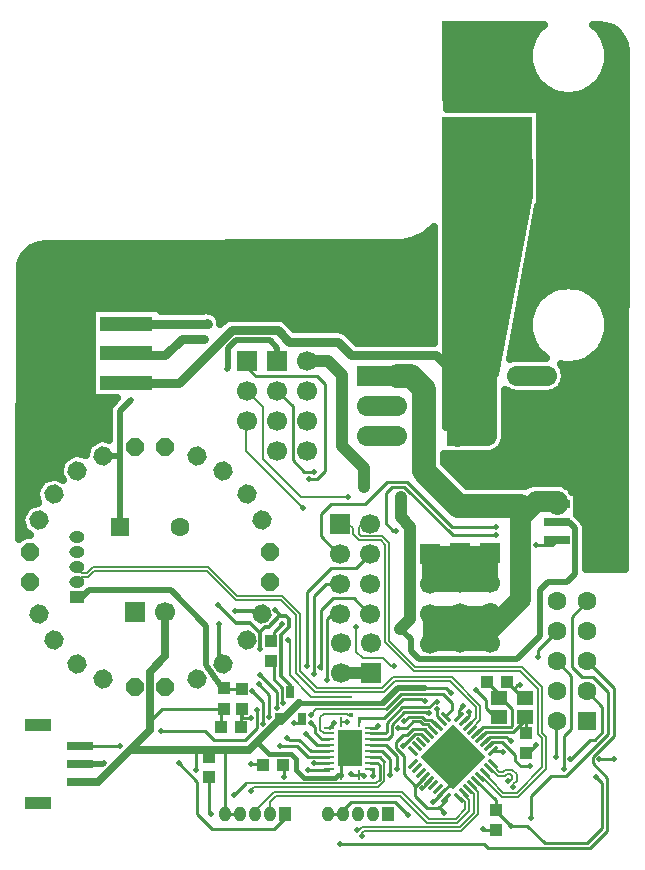
<source format=gbl>
G04 DipTrace 3.1.0.1*
G04 Bottom.gbr*
%MOIN*%
G04 #@! TF.FileFunction,Copper,L2,Bot*
G04 #@! TF.Part,Single*
%AMOUTLINE0*5,1,8,0,0,0.066,-22.49998*%
%AMOUTLINE1*5,1,8,0,0,0.066,-262.500516*%
%AMOUTLINE2*5,1,8,0,0,0.066001,-232.500313*%
%AMOUTLINE3*5,1,8,0,0,0.066,7.499484*%
%AMOUTLINE4*5,1,8,0,0,0.066,-112.49998*%
%AMOUTLINE5*5,1,8,0,0,0.066,-202.49998*%
%AMOUTLINE6*5,1,8,0,0,0.066001,37.499687*%
%AMOUTLINE7*5,1,8,0,0,0.066,-82.500516*%
%AMOUTLINE8*5,1,8,0,0,0.066,-172.500516*%
%AMOUTLINE9*5,1,8,0,0,0.066,67.50002*%
%AMOUTLINE10*5,1,8,0,0,0.066001,-52.500313*%
%AMOUTLINE11*5,1,8,0,0,0.066001,-142.500313*%
%AMOUTLINE12*
4,1,16,
0.006264,-0.014615,
0.00849,-0.016013,
0.011101,-0.016308,
0.013581,-0.01544,
0.01544,-0.013581,
0.016308,-0.011101,
0.016013,-0.00849,
0.014615,-0.006264,
-0.006264,0.014615,
-0.00849,0.016013,
-0.011101,0.016308,
-0.013581,0.01544,
-0.01544,0.013581,
-0.016308,0.011101,
-0.016013,0.00849,
-0.014615,0.006264,
0.006264,-0.014615,
0*%
%AMOUTLINE15*
4,1,16,
-0.014615,-0.006264,
-0.016013,-0.00849,
-0.016308,-0.011101,
-0.01544,-0.013581,
-0.013581,-0.01544,
-0.011101,-0.016308,
-0.00849,-0.016013,
-0.006264,-0.014615,
0.014615,0.006264,
0.016013,0.00849,
0.016308,0.011101,
0.01544,0.013581,
0.013581,0.01544,
0.011101,0.016308,
0.00849,0.016013,
0.006264,0.014615,
-0.014615,-0.006264,
0*%
%AMOUTLINE18*5,1,4,0,0,0.217142,90.0*%
G04 #@! TA.AperFunction,ViaPad*
%ADD14C,0.02*%
G04 #@! TA.AperFunction,Conductor*
%ADD15C,0.01*%
%ADD16C,0.04*%
%ADD17C,0.066929*%
%ADD18C,0.07*%
%ADD19C,0.03*%
%ADD20C,0.05*%
%ADD21C,0.06*%
G04 #@! TA.AperFunction,CopperBalancing*
%ADD23C,0.025*%
G04 #@! TA.AperFunction,Conductor*
%ADD24C,0.008*%
%ADD25C,0.014*%
%ADD26C,0.007*%
G04 #@! TA.AperFunction,ViaPad*
%ADD27C,0.015*%
G04 #@! TA.AperFunction,Conductor*
%ADD28C,0.08*%
%ADD30R,0.177165X0.051181*%
%ADD31R,0.153543X0.070866*%
%ADD32R,0.3X0.27*%
G04 #@! TA.AperFunction,ComponentPad*
%ADD33C,0.062992*%
%ADD34R,0.062992X0.062992*%
%ADD35R,0.03937X0.043307*%
%ADD36R,0.043307X0.03937*%
G04 #@! TA.AperFunction,ComponentPad*
%ADD37R,0.066929X0.066929*%
%ADD38C,0.066929*%
%ADD39R,0.051181X0.03937*%
%ADD40O,0.051181X0.03937*%
%ADD41R,0.03937X0.051181*%
%ADD42O,0.03937X0.051181*%
%ADD43C,0.062992*%
%ADD45R,0.025591X0.041339*%
%ADD48R,0.086614X0.027559*%
%ADD49R,0.090551X0.043*%
%ADD53R,0.011024X0.033465*%
%ADD54R,0.033465X0.011024*%
%ADD55R,0.080709X0.120079*%
%ADD58R,0.055118X0.045276*%
G04 #@! TA.AperFunction,ViaPad*
%ADD59C,0.012*%
G04 #@! TA.AperFunction,ComponentPad*
%ADD120OUTLINE0*%
%ADD121OUTLINE1*%
%ADD122OUTLINE2*%
%ADD123OUTLINE3*%
%ADD124OUTLINE4*%
%ADD125OUTLINE5*%
%ADD126OUTLINE6*%
%ADD127OUTLINE7*%
%ADD128OUTLINE8*%
%ADD129OUTLINE9*%
%ADD130OUTLINE10*%
%ADD131OUTLINE11*%
%ADD132OUTLINE12*%
%ADD135OUTLINE15*%
%ADD138OUTLINE18*%
%FSLAX26Y26*%
G04*
G70*
G90*
G75*
G01*
G04 Bottom*
%LPD*%
X1917317Y849312D2*
D15*
Y850344D1*
X1935002Y868029D1*
Y881029D1*
X1959076Y651100D2*
X2024002Y586173D1*
Y555029D1*
X2026002Y553029D1*
X2014754Y751877D2*
X2041155D1*
X2047002Y746029D1*
X1209002Y707029D2*
X1246073D1*
X1249073Y704029D1*
X2369002Y723029D2*
X2419002D1*
X1858299Y595421D2*
Y585326D1*
X1836607Y563634D1*
X1832002Y559029D1*
X1795002D1*
X1755002Y599029D1*
Y631319D1*
X1788702Y665020D1*
X2026002Y553029D2*
Y550029D1*
X2074002Y502029D1*
X1852002Y545029D2*
Y548239D1*
X1836607Y563634D1*
X2074002Y502029D2*
X2130002D1*
X2187002Y445029D1*
X2329002D1*
X2378002Y494029D1*
Y643029D1*
X2357002Y664029D1*
X1802622Y807554D2*
X1802477D1*
X1787002Y823029D1*
X1747002D1*
X1729002Y805029D1*
X1715002D1*
X1692002Y782029D1*
Y759029D1*
X1717002Y734029D1*
Y672799D1*
X1755002Y634799D1*
Y631319D1*
X1691002Y1485029D2*
X1683002D1*
X1658002Y1510029D1*
Y1611029D1*
X1678002Y1631029D1*
X1720002D1*
X1882002Y1469029D1*
X2023002D1*
X2024002Y1470029D1*
X1485002Y845029D2*
Y843814D1*
X1470117Y828928D1*
X1607002Y1009029D2*
D16*
X1507002D1*
D14*
D3*
X2227002Y1513029D2*
Y1514029D1*
X2268002D1*
X2289002Y1493029D1*
Y1342029D1*
X2262002Y1315029D1*
X2200002D1*
X2172002Y1287029D1*
Y1133029D1*
X2095002Y1056029D1*
X1769002D1*
X1741002Y1084029D1*
Y1123029D1*
X1706002Y1158029D1*
X717002Y710029D2*
X713683Y706710D1*
X639480D1*
X1395002Y2051029D2*
D16*
X1464397D1*
X1511002Y2004424D1*
Y1767029D1*
X1584002Y1694029D1*
Y1629029D1*
X1707002Y1597029D2*
Y1530029D1*
X1739753Y1497278D1*
Y1191780D1*
X1706002Y1158029D1*
X1321002Y542029D2*
D15*
Y528029D1*
X1285002Y492029D1*
X1080002D1*
X1030002Y542029D1*
Y648029D1*
X967002Y711029D1*
X772002Y1496029D2*
D14*
Y1739417D1*
Y1885029D1*
X808002Y1921029D1*
X1127002Y2023029D2*
X1131002Y2027029D1*
Y2093029D1*
X1157332Y2119358D1*
X1271055D1*
X1295002Y2095411D1*
Y2051029D1*
X716304Y1734635D2*
X767220D1*
D15*
X772002Y1739417D1*
X2095298Y1801029D2*
D17*
X2195298D1*
X2095034Y1901284D2*
X2195034D1*
X2195298Y1801029D2*
Y1901284D1*
X1595002Y1901029D2*
X1695002D1*
X793498Y2175614D2*
D19*
X1064417D1*
X1062002Y2178029D1*
X1595002Y1801029D2*
D17*
X1695002D1*
X1051002Y2125029D2*
D19*
X977002D1*
X921002Y2069029D1*
X801871D1*
X793498Y2077402D1*
X1906371Y1309185D2*
D20*
Y1409185D1*
X1895034Y2001029D2*
X1995034D1*
Y1801293D1*
X1995298Y1801029D1*
X1895298D1*
Y2000765D1*
X1895034Y2001029D1*
X1895288D2*
X1995034Y1901284D1*
Y1900765D1*
X1895298Y1801029D1*
X1895034Y1901284D2*
X1895043D1*
X1995298Y1801029D1*
X1895288Y1901284D2*
X1995034Y2001029D1*
Y1901284D2*
X1895034D1*
Y2001029D2*
D21*
X1995034D1*
Y1901284D1*
X1895034Y2001029D2*
D17*
X1995034D1*
Y1801293D1*
X1995298Y1801029D1*
X1895298D1*
D18*
Y2000765D1*
D17*
X1895034Y2001029D1*
X1995298Y1801029D2*
D23*
Y2728324D1*
X1996002Y2729029D1*
X2006382Y1409185D2*
D20*
X1906371D1*
X1806379D1*
X1806106Y1408912D1*
X1802252Y1394280D2*
Y1312767D1*
X1806106Y1308912D1*
X2006109D1*
X2006382Y1309185D1*
Y1409185D1*
X2006371D1*
X1906371Y1309185D1*
X1905833D1*
X1806106Y1408912D1*
Y1308912D2*
Y1308920D1*
X1906371Y1409185D1*
X1906382D1*
X2006382Y1309185D1*
X793498Y1978402D2*
D19*
X968375D1*
X1144002Y2154029D1*
X1297002D1*
X1336002Y2115029D1*
X1498002D1*
X1543002Y2070029D1*
X1826034D1*
X1895034Y2001029D1*
X2083139Y632143D2*
D24*
Y640629D1*
X2093533Y651024D1*
Y673051D1*
X2077956Y688625D1*
X2055931D1*
X2048706Y681399D1*
X2036114D1*
X2014754Y702757D1*
Y706777D1*
X2064753Y650529D2*
X2073239D1*
X2079533Y656822D1*
Y667251D1*
X2072159Y674625D1*
X2061729D1*
X2054504Y667399D1*
X2030315Y667398D1*
X2004854Y692858D1*
X2000834D1*
X1506502Y1508780D2*
X1532502D1*
X1548502Y1492780D1*
Y1474529D1*
X1558618Y1464412D1*
X1569502Y1453529D1*
X1640539D1*
X1656002Y1438066D1*
Y1112816D1*
X1750790Y1018029D1*
X2105417D1*
X2165002Y958444D1*
Y806387D1*
X2179002Y792387D1*
Y697026D1*
X2094001Y612029D1*
X2049804D1*
X2009194Y652641D1*
X1986914Y674919D1*
Y678938D1*
X1606502Y1508780D2*
X1580502D1*
X1568518Y1496795D1*
Y1474312D1*
X1575300Y1467529D1*
X1646340D1*
X1670002Y1443864D1*
Y1118614D1*
X1756588Y1032029D1*
X2111215D1*
X2179002Y964242D1*
Y812185D1*
X2193002Y798185D1*
Y691226D1*
X2099799Y598029D1*
X2044006D1*
X1999294Y642740D1*
X1977015Y665020D1*
X1972996D1*
X1945156Y637181D2*
X1947712D1*
Y631320D1*
X1966002Y613029D1*
Y539231D1*
X1909580Y482809D1*
X1585295D1*
X1579002Y476515D1*
Y468029D1*
X1931237Y623261D2*
Y621420D1*
X1937812D1*
X1952002Y607231D1*
Y545029D1*
X1903782Y496809D1*
X1579497D1*
X1569102Y486415D1*
X1560617D1*
X1933002Y622029D2*
X1931504Y623528D1*
X1931237Y623261D1*
X1917317Y609341D2*
Y605322D1*
X1935177Y587462D1*
X1935176Y550234D1*
X1895971Y511029D1*
X1795417D1*
X1705417Y601029D1*
X1291215D1*
X1270295Y580108D1*
X1271002Y542029D1*
X1903399Y595421D2*
X1907418D1*
X1921177Y581663D1*
X1921176Y556032D1*
X1890173Y525029D1*
X1801215D1*
X1711215Y615029D1*
X1285417D1*
X1260395Y590008D1*
X1221002Y550614D1*
Y542029D1*
X630002Y1313029D2*
Y1317029D1*
X644002Y1331029D1*
X666215D1*
X686215Y1351029D1*
X1060417D1*
X1157417Y1254029D1*
X1307002D1*
X1358002Y1203029D1*
Y1011444D1*
X1422417Y947029D1*
X1652215D1*
X1689215Y984029D1*
X1871417D1*
X1959001Y896445D1*
X1959002Y859137D1*
X1935257Y835392D1*
X1931237D1*
X630002Y1363029D2*
Y1359029D1*
X644002Y1345029D1*
X660417D1*
X680417Y1365029D1*
X1066215D1*
X1163215Y1268029D1*
X1312800D1*
X1372002Y1208827D1*
Y1017242D1*
X1428215Y961029D1*
X1646417D1*
X1683417Y998029D1*
X1877215D1*
X1973001Y902243D1*
X1973002Y853339D1*
X1945157Y825494D1*
X1945156Y821474D1*
X1470117Y789558D2*
D15*
X1444473D1*
X1423002Y811029D1*
Y829029D1*
X1407002Y845029D1*
X1249002Y842029D2*
Y914029D1*
X1213002Y950029D1*
X1801002Y876029D2*
X1796002D1*
X1791002Y881029D1*
X1720002D1*
X1677002Y838029D1*
Y803029D1*
X1663531Y789558D1*
X1605943D1*
X1506502Y1308780D2*
X1459753D1*
X1417002Y1266029D1*
Y1007029D1*
X1393002Y807029D2*
X1429002Y771029D1*
X1468960D1*
X1470117Y769873D1*
X2229002Y849029D2*
X2226002Y846029D1*
Y732029D1*
X1695002Y690029D2*
Y733029D1*
X1659002Y769029D1*
X1606787D1*
X1605943Y769873D1*
X1276002Y1118958D2*
X1285002D1*
Y1147029D1*
X1312002Y1174029D1*
X1240002Y1091029D2*
D25*
Y1148029D1*
X1256002Y1164029D1*
X1267002D1*
X1303002Y1200029D1*
X1309749D1*
X1325002D1*
X1335002Y1190029D1*
Y1163029D1*
X1309002Y1137029D1*
Y999029D1*
X1337002Y971029D1*
Y950177D1*
X1339850Y947330D1*
X1240002Y1148029D2*
X1235002D1*
X1206002Y1177029D1*
X1159002D1*
X1099002Y1237029D1*
X1288876Y1220903D2*
X1309749Y1200029D1*
X2035002Y927029D2*
D15*
Y941029D1*
X1996002Y980029D1*
X2035002Y927029D2*
X2041002D1*
X2079002Y889029D1*
Y834029D1*
X2075002Y830029D1*
X1981551D1*
X1959076Y807554D1*
X2121617Y864038D2*
Y853643D1*
X2081002Y813029D1*
X1992389D1*
X1972996Y793634D1*
X2124002Y810029D2*
Y861652D1*
X2121617Y864038D1*
X2000834Y765795D2*
Y765861D1*
X2016002Y781029D1*
X2046002D1*
X2090002Y737029D1*
Y717029D1*
X2108002Y699029D1*
X2139002D1*
X1075002Y541029D2*
X1070002Y546029D1*
Y665029D1*
X1903399Y863232D2*
Y888425D1*
X1916002Y901029D1*
X1986914Y779715D2*
X2004228Y797029D1*
X2060002D1*
X2074002Y783029D1*
X1802622Y651100D2*
X1805073D1*
X1780002Y626029D1*
X1715002Y767029D2*
X1755002Y807029D1*
X1775308D1*
X1788702Y793634D1*
X1816542Y821474D2*
X1798985Y839029D1*
X1783002D1*
X1773002Y849029D1*
X1749002D1*
X1728002Y828029D1*
X1698002D1*
X1830460Y835392D2*
X1828639D1*
X1809002Y855029D1*
X1790002D1*
X1780002Y865029D1*
X1734002D1*
X1719002Y850029D1*
X1828002Y889029D2*
Y866029D1*
X1844380Y849651D1*
Y849312D1*
X1317002Y663029D2*
Y704029D1*
X1316002D1*
X1276002Y1052029D2*
X1285002D1*
Y990029D1*
X1313002Y962029D1*
Y910029D1*
X1315002D1*
X1351002Y844029D2*
X1364502D1*
X1377252Y856778D1*
X1177002Y891029D2*
Y860029D1*
X1207002D1*
X1407002Y871029D2*
D26*
X1425002Y889029D1*
X1659002D1*
D15*
X1709002Y939029D1*
X1849002D1*
X1877002Y911029D1*
Y887029D1*
X1859002Y869029D1*
X1852502D1*
X1858299Y863232D1*
X1175931Y831029D2*
Y889958D1*
X1177002Y891029D1*
X1103002Y1174029D2*
D25*
Y1054725D1*
X1116304Y1041423D1*
X1154002Y1218029D2*
X1232504D1*
X1244202Y1206331D1*
X1595002Y2001029D2*
D17*
X1695002D1*
X2195034D2*
X2095034D1*
X639480Y646710D2*
D23*
X698433D1*
X806593Y754870D1*
X872002Y820280D1*
Y852163D1*
Y1015029D1*
X923002Y1066029D1*
Y1214029D1*
X2006371Y1168185D2*
D20*
X2006382D1*
Y1109185D1*
X1787002Y960029D2*
D14*
X1700002D1*
X1649002Y909029D1*
D27*
X1551002D1*
X1367002D1*
D23*
X1311002Y853029D1*
X1306002Y858029D1*
X1228326Y780353D1*
X1202844Y754870D1*
X1121002D1*
X1070002D1*
X1025002D1*
X806593D1*
X1302449Y856778D2*
D15*
X1306002Y858029D1*
X1906371Y1109185D2*
D20*
Y1209185D1*
X1806106Y1108912D2*
Y1208912D1*
X2006382Y1109185D2*
Y1209185D1*
X1906371D1*
X1806379D1*
X1806106Y1208912D1*
X1806644D2*
X1906371Y1109185D1*
X1906382D1*
X2006382Y1209185D1*
Y1109185D2*
X1806379D1*
X1806106Y1108912D1*
X1906371Y1209185D1*
X2006382Y1109185D1*
Y1209185D2*
D18*
Y1158408D1*
X2104002Y1256029D1*
Y1529029D1*
X2158002Y1583029D1*
X2227002D1*
Y1573029D1*
X1514753Y542029D2*
D15*
X1464753D1*
X1171002D2*
X1121002D1*
Y754870D1*
X1844380Y609341D2*
X1842315D1*
X1871002Y638029D1*
Y675529D1*
X1864752Y669278D1*
Y713230D1*
X1880849Y729327D1*
X1117002Y892100D2*
X911939D1*
X872002Y852163D1*
X1070002Y731958D2*
Y754870D1*
X1109002Y831029D2*
Y884100D1*
X1117002Y892100D1*
X1875002Y944029D2*
X1859002Y960029D1*
X1787002D1*
X1816065Y581029D2*
X1844380Y609341D1*
X2121617Y927029D2*
X2115931D1*
X2084809Y958151D1*
X2062931Y980029D1*
X2104002Y970029D2*
X2096687D1*
X2084809Y958151D1*
X2035002Y864038D2*
X2020993D1*
X1992002Y893029D1*
Y921029D1*
X1958002Y955029D1*
X2124002Y743100D2*
Y736029D1*
X2159002Y771029D1*
X1514753Y542029D2*
Y554780D1*
X1542002Y582029D1*
X1688002D1*
X1732002Y538029D1*
X2026002Y486100D2*
X1986931D1*
X1981002Y492029D1*
X1025002Y688029D2*
Y754870D1*
X1695002Y2001029D2*
D28*
X1742002D1*
X1785002Y1958029D1*
Y1683029D1*
X1900002Y1568029D1*
X2107514D1*
D18*
X2104002Y1529029D1*
X1299002Y858029D2*
D15*
X1306002D1*
X1508502Y672030D2*
Y730501D1*
X1538030Y760029D1*
X1508502Y672030D2*
D27*
X1500004D1*
X1489002Y661029D1*
X1385002D1*
X1359002Y687029D1*
Y725029D1*
X1343002Y741029D1*
X1267651D1*
X1228326Y780353D1*
X1537002Y721029D2*
D15*
Y759001D1*
X1538030Y760029D1*
X1470117Y809243D2*
D26*
X1450788D1*
X1439002Y821029D1*
Y863029D1*
X1451002Y875029D1*
X1527002D1*
X1533002Y869029D1*
X1543002D1*
X1541002Y931029D2*
X1410002D1*
X1337002Y1004029D1*
Y1117029D1*
X1333002Y1121029D1*
X1382002Y1562029D2*
X1193002Y1751029D1*
Y1849029D1*
X1195002Y1851029D1*
X2229002Y1149029D2*
D15*
X2166002Y1086029D1*
Y1063029D1*
X1827002Y915029D2*
X1821002D1*
X1803002Y897029D1*
X1713002D1*
X1661002Y845029D1*
Y815029D1*
X1655216Y809243D1*
X1605943D1*
X1606502Y1208780D2*
X1602252D1*
X1551002Y1260029D1*
X1482002D1*
X1442002Y1220029D1*
Y1025029D1*
X1438002Y1029029D1*
X1399002Y687029D2*
X1466014D1*
X1470117Y691131D1*
X2229002Y1049029D2*
X2276002Y1002029D1*
Y824029D1*
X2251002Y799029D1*
Y689029D1*
X1615002Y667029D2*
Y691131D1*
X1605943D1*
X1470117Y730501D2*
X1399530D1*
X1362002Y768029D1*
X1306002D1*
X1270002Y863029D2*
Y937029D1*
X1234002Y973029D1*
X1419002Y1682029D2*
X1386002D1*
X1347002Y1721029D1*
Y1899029D1*
X1295002Y1951029D1*
X1209002Y617029D2*
Y620029D1*
D24*
X1218002Y629029D1*
X1633002D1*
X1653002Y649029D1*
Y715029D1*
D15*
X1639002Y729029D1*
X1607416D1*
X1605943Y730501D1*
X1195002Y2051029D2*
X1203002D1*
Y2021029D1*
X1224002Y2000029D1*
X1429002D1*
X1456002Y1973029D1*
Y1684029D1*
X1429002Y1657029D1*
X1401002D1*
X1238002Y1003029D2*
X1294002Y947029D1*
Y894029D1*
X1330002Y793029D2*
X1337002Y786029D1*
X1370002D1*
X1407002Y749029D1*
X1468959D1*
X1470117Y750186D1*
X2329002Y949029D2*
X2380002Y898029D1*
Y813029D1*
X2354002Y787029D1*
X2339002D1*
X2273002Y721029D1*
Y723029D1*
X1673002Y669029D2*
Y723029D1*
X1645002Y751029D1*
X1606786D1*
X1605943Y750186D1*
X1506502Y1408780D2*
X1499252D1*
X1441002Y1467029D1*
Y1542029D1*
X1474002Y1575029D1*
X1590002D1*
X1663002Y1648029D1*
X1727002D1*
X1879002Y1496029D1*
X2024002D1*
X2158002Y1438029D2*
X2212002D1*
X2227002Y1453029D1*
X1606502Y1408780D2*
X1604753D1*
X1557002Y1361029D1*
X1475252D1*
X1396002Y1281780D1*
Y1034029D1*
X1228002Y886029D2*
Y826029D1*
X1190002Y788029D1*
X1085002D1*
X1056002Y817029D1*
X909002D1*
X771002Y768029D2*
X640799D1*
X639480Y766710D1*
X2329002Y1249029D2*
X2278002Y1198029D1*
Y1032029D1*
X2312002Y998029D1*
X2349002D1*
X2399002Y948029D1*
Y807029D1*
X2259002Y667029D1*
X2210002D1*
X2143002Y600029D1*
Y528029D1*
X1585002Y667029D2*
Y673029D1*
X1566559D1*
X1567557Y672030D1*
X1542001D1*
X1541002Y673029D1*
X1631002Y833029D2*
X1626901Y828928D1*
X1605943D1*
X1195002Y1951029D2*
D26*
X1248002Y1898029D1*
Y1723029D1*
X1374002Y1597029D1*
X1531002D1*
X1559002Y1164029D2*
X1560002Y1163029D1*
Y1081029D1*
X1581002Y1060029D1*
X1649002D1*
X1676002Y1033029D1*
X1686002D1*
X1529002Y847029D2*
X1509502D1*
X1508502Y848029D1*
X1789002Y918029D2*
D15*
X1783002D1*
X1778002Y923029D1*
X1716002D1*
X1652002Y859029D1*
X1567557D1*
Y848029D1*
X1506502Y1208780D2*
X1478753D1*
X1462002Y1192029D1*
Y987029D1*
X1420002Y709029D2*
X1468329D1*
X1470117Y710816D1*
X1605943D2*
X1629215D1*
X1637002Y703029D1*
Y655029D1*
D24*
X1625002Y643029D1*
X1192002D1*
D15*
X1153002Y604029D1*
X1506002Y441029D2*
X1986002D1*
X1999002Y428029D1*
X2339002D1*
X2396002Y485029D1*
Y660029D1*
X2347002Y709029D1*
Y732029D1*
X2417002Y802029D1*
Y961029D1*
X2329002Y1049029D1*
X630002Y1263029D2*
D14*
X646002D1*
X670002Y1287029D1*
X941002D1*
X1060002Y1168029D1*
Y1036196D1*
X1104002Y972029D1*
X1117002Y959029D1*
X1177002Y957958D2*
D15*
X1118073D1*
X1117002Y959029D1*
D14*
X1935002Y881029D3*
X2047002Y746029D3*
X1209002Y707029D3*
X2369002Y723029D3*
X2419002D3*
X2047002Y746029D3*
X2074002Y502029D3*
X1852002Y545029D3*
X2357002Y664029D3*
X1691002Y1485029D3*
X2024002Y1470029D3*
X1485002Y845029D3*
X1706002Y1158029D3*
X717002Y710029D3*
X1584002Y1629029D3*
X1707002Y1597029D3*
X967002Y711029D3*
X808002Y1921029D3*
X1127002Y2023029D3*
X1062002Y2178029D3*
X1051002Y2125029D3*
X2083139Y632143D3*
X2064753Y650529D3*
X1579002Y468029D3*
X1560617Y486415D3*
X1407002Y845029D3*
X1249002Y842029D3*
X1213002Y950029D3*
X1801002Y876029D3*
X1417002Y1007029D3*
X1393002Y807029D3*
X2226002Y732029D3*
X1695002Y690029D3*
X1312002Y1174029D3*
X1240002Y1091029D3*
X1099002Y1237029D3*
X1288876Y1220903D3*
X2139002Y699029D3*
X1075002Y541029D3*
X1916002Y901029D3*
X2074002Y783029D3*
X1780002Y626029D3*
X1715002Y767029D3*
X1698002Y828029D3*
X1719002Y850029D3*
X1828002Y889029D3*
X1317002Y663029D3*
X1315002Y910029D3*
X1351002Y844029D3*
X1207002Y860029D3*
X1407002Y871029D3*
X1103002Y1174029D3*
X1154002Y1218029D3*
X1787002Y960029D3*
X1875002Y944029D3*
X1787002Y960029D3*
X1816065Y581029D3*
X2104002Y970029D3*
X1958002Y955029D3*
X2159002Y771029D3*
D27*
X1551002Y909029D3*
D14*
X1732002Y538029D3*
X1981002Y492029D3*
X1025002Y688029D3*
X1537002Y721029D3*
D27*
X1543002Y869029D3*
D59*
X1541002Y931029D3*
D14*
X1333002Y1121029D3*
X1382002Y1562029D3*
X2166002Y1063029D3*
X1827002Y915029D3*
X1438002Y1029029D3*
X1399002Y687029D3*
X2251002Y689029D3*
X1615002Y667029D3*
X1306002Y768029D3*
X1270002Y863029D3*
X1234002Y973029D3*
X1419002Y1682029D3*
X1209002Y617029D3*
X1401002Y1657029D3*
X1238002Y1003029D3*
X1294002Y894029D3*
X1330002Y793029D3*
X2273002Y723029D3*
X1673002Y669029D3*
X2024002Y1496029D3*
X2158002Y1438029D3*
X1396002Y1034029D3*
X1228002Y886029D3*
X909002Y817029D3*
X771002Y768029D3*
X2143002Y528029D3*
X1585002Y667029D3*
X1541002Y673029D3*
X1631002Y833029D3*
X1531002Y1597029D3*
X1559002Y1164029D3*
X1686002Y1033029D3*
X1529002Y847029D3*
X1789002Y918029D3*
X1462002Y987029D3*
X1420002Y709029D3*
X1153002Y604029D3*
X1506002Y441029D3*
X1871002Y3163029D3*
X1921002D3*
X1971002D3*
X2021002D3*
X2071002D3*
X2121002D3*
Y3113029D3*
X2071002D3*
X2021002D3*
X1971002D3*
X1921002D3*
X1871002D3*
Y3063029D3*
X1921002D3*
X1971002D3*
X2021002D3*
X2071002D3*
X2121002D3*
Y3013029D3*
X2071002D3*
X2021002D3*
X1971002D3*
X1921002D3*
X1871002D3*
Y2963029D3*
X1921002D3*
X1971002D3*
X2021002D3*
X2071002D3*
X2121002D3*
X471002Y2263029D3*
Y2213029D3*
Y2163029D3*
Y2113029D3*
Y2063029D3*
Y2013029D3*
Y1963029D3*
Y1813029D3*
Y1763029D3*
Y1713029D3*
Y1663029D3*
X521002Y1713029D3*
Y1763029D3*
Y1813029D3*
X671002Y2413029D3*
X771002D3*
X871002D3*
X971002D3*
X1071002D3*
X1171002D3*
X1271002D3*
X1371002D3*
X1471002D3*
X1571002D3*
X1671002D3*
X1771002D3*
Y2313029D3*
X571002Y2263029D3*
Y2163029D3*
Y2063029D3*
X1671002Y2313029D3*
X1571002D3*
X1421002Y2363029D3*
X1321002D3*
X1221002D3*
X1121002D3*
X1021002D3*
X1521002D3*
X1621002D3*
X1721002D3*
Y2263029D3*
X1621002D3*
X571002Y1963029D3*
X2221002Y2863029D3*
X2321002D3*
X2221002Y2763029D3*
X2321002D3*
Y2663029D3*
X2221002D3*
Y2563029D3*
X2321002D3*
Y2463029D3*
X2221002D3*
X2321002Y2363029D3*
X2221002D3*
X2121002Y2263029D3*
Y2163029D3*
X2321002Y1963029D3*
Y1863029D3*
X1071002Y2263029D3*
X1171002D3*
X1371002D3*
X1271002D3*
X971002D3*
X1471002D3*
X1671002Y2163029D3*
X1571002D3*
X1771002D3*
X671002Y1963029D3*
Y2063029D3*
Y2163029D3*
Y2263029D3*
X2071002Y1663029D3*
X2171002D3*
X2271002D3*
X2371002Y1763029D3*
Y1863029D3*
Y1963029D3*
Y1563029D3*
Y1463029D3*
X1861002Y2825660D2*
D23*
X2131027D1*
X1861002Y2800791D2*
X2131027D1*
X1861002Y2775923D2*
X2131027D1*
X1861002Y2751054D2*
X2131027D1*
X1861002Y2726185D2*
X2131027D1*
X1861002Y2701316D2*
X2131027D1*
X1861002Y2676448D2*
X2131027D1*
X1861002Y2651579D2*
X2131027D1*
X1861002Y2626710D2*
X2131027D1*
X1861002Y2601841D2*
X2131027D1*
X1861002Y2576973D2*
X2126388D1*
X1861002Y2552104D2*
X2121700D1*
X1861002Y2527235D2*
X2117061D1*
X1861002Y2502366D2*
X2112375D1*
X1861002Y2477497D2*
X2107736D1*
X1861002Y2452629D2*
X2103048D1*
X1861002Y2427760D2*
X2098409D1*
X1861002Y2402891D2*
X2093721D1*
X1861002Y2378022D2*
X2089084D1*
X1861002Y2353154D2*
X2084396D1*
X1861002Y2328285D2*
X2079757D1*
X1861002Y2303416D2*
X2075069D1*
X1861002Y2278547D2*
X2070431D1*
X1861002Y2253679D2*
X2065744D1*
X1861002Y2228810D2*
X2061105D1*
X1861002Y2203941D2*
X2056417D1*
X1861002Y2179072D2*
X2051779D1*
X1861002Y2154204D2*
X2047092D1*
X1861002Y2129335D2*
X2042452D1*
X1861002Y2104466D2*
X2037765D1*
X1861002Y2079597D2*
X2033127D1*
X1861002Y2054728D2*
X2028439D1*
X1861002Y2029860D2*
X2023800D1*
X1861002Y2004991D2*
X2018039D1*
X1861002Y1980122D2*
X1994748D1*
X1861002Y1955253D2*
X1971408D1*
X1861002Y1930385D2*
X1948117D1*
X1861002Y1905516D2*
X1924777D1*
X1861002Y1880647D2*
X1901485D1*
X1861002Y1855778D2*
X1878145D1*
X2021891Y2006432D2*
X2133513Y2601748D1*
X2133502Y2850529D1*
X1858502D1*
Y1832121D1*
X2021925Y2006457D1*
X1865014Y3146660D2*
X2158060D1*
X2375951D2*
X2428959D1*
X1865063Y3121791D2*
X2143462D1*
X2390502D2*
X2446342D1*
X1865111Y3096923D2*
X2135160D1*
X2398851D2*
X2453959D1*
X1865160Y3072054D2*
X2131938D1*
X2402075D2*
X2455962D1*
X1865210Y3047185D2*
X2133451D1*
X2400560D2*
X2455912D1*
X1865258Y3022316D2*
X2139799D1*
X2394214D2*
X2455863D1*
X1865307Y2997448D2*
X2151908D1*
X2382103D2*
X2455815D1*
X1865355Y2972579D2*
X2171879D1*
X2362084D2*
X2455766D1*
X1865404Y2947710D2*
X2207622D1*
X2326391D2*
X2455668D1*
X1865454Y2922841D2*
X2455619D1*
X1865454Y2897973D2*
X2455571D1*
X2175023Y2873104D2*
X2455522D1*
X2175023Y2848235D2*
X2455472D1*
X2175023Y2823366D2*
X2455424D1*
X2175023Y2798497D2*
X2455326D1*
X2175023Y2773629D2*
X2455278D1*
X2175023Y2748760D2*
X2455228D1*
X2175023Y2723891D2*
X2455179D1*
X2175023Y2699022D2*
X2455131D1*
X2175023Y2674154D2*
X2455082D1*
X2175023Y2649285D2*
X2454984D1*
X2175023Y2624416D2*
X2454935D1*
X2175023Y2599547D2*
X2454887D1*
X2175023Y2574679D2*
X2454838D1*
X2165942Y2549810D2*
X2454790D1*
X2161254Y2524941D2*
X2454740D1*
X2156615Y2500072D2*
X2454643D1*
X1795727Y2475204D2*
X1816996D1*
X2151928D2*
X2454594D1*
X1744603Y2450335D2*
X1816996D1*
X2147290D2*
X2454546D1*
X476391Y2425466D2*
X1816996D1*
X2142651D2*
X2454496D1*
X452758Y2400597D2*
X1816996D1*
X2137963D2*
X2454447D1*
X442748Y2375728D2*
X1816996D1*
X2133324D2*
X2454399D1*
X440991Y2350860D2*
X1816996D1*
X2128636D2*
X2454300D1*
X440892Y2325991D2*
X1816996D1*
X2123998D2*
X2454252D1*
X440844Y2301122D2*
X1816996D1*
X2119311D2*
X2244340D1*
X2289623D2*
X2454203D1*
X440746Y2276253D2*
X1816996D1*
X2114672D2*
X2185063D1*
X2348900D2*
X2454155D1*
X440648Y2251385D2*
X1816996D1*
X2109984D2*
X2159770D1*
X2374242D2*
X2454106D1*
X440599Y2226516D2*
X675931D1*
X911059D2*
X1816996D1*
X2105346D2*
X2144487D1*
X2389526D2*
X2454008D1*
X440502Y2201647D2*
X675931D1*
X1099242D2*
X1816996D1*
X2100659D2*
X2135698D1*
X2398315D2*
X2453959D1*
X440404Y2176778D2*
X675931D1*
X1335424D2*
X1816996D1*
X2096019D2*
X2132035D1*
X2401976D2*
X2453910D1*
X440355Y2151910D2*
X675931D1*
X1519506D2*
X1816996D1*
X2091332D2*
X2133110D1*
X2400903D2*
X2453862D1*
X440258Y2127041D2*
X675931D1*
X1547143D2*
X1816996D1*
X2086694D2*
X2139018D1*
X2394994D2*
X2453812D1*
X440160Y2102172D2*
X675931D1*
X2082006D2*
X2150542D1*
X2383471D2*
X2453763D1*
X440111Y2077303D2*
X675931D1*
X2077367D2*
X2169682D1*
X2364330D2*
X2453666D1*
X440014Y2052434D2*
X675931D1*
X2330834D2*
X2453618D1*
X439916Y2027566D2*
X675931D1*
X2251294D2*
X2453568D1*
X439867Y2002697D2*
X675931D1*
X2257494D2*
X2453519D1*
X439770Y1977828D2*
X675931D1*
X2252807D2*
X2453471D1*
X439672Y1952959D2*
X675931D1*
X2233374D2*
X2453422D1*
X439623Y1928091D2*
X675931D1*
X2057494D2*
X2453324D1*
X439526Y1903222D2*
X737895D1*
X2057494D2*
X2453275D1*
X439428Y1878353D2*
X733012D1*
X2057494D2*
X2453227D1*
X439379Y1853484D2*
X733012D1*
X2057494D2*
X2453178D1*
X439282Y1828616D2*
X733012D1*
X2057494D2*
X2453130D1*
X439183Y1803747D2*
X733012D1*
X2057690D2*
X2453080D1*
X439135Y1778878D2*
X676518D1*
X2053539D2*
X2452983D1*
X439038Y1754009D2*
X660014D1*
X2035034D2*
X2452934D1*
X438939Y1729141D2*
X590384D1*
X1853979D2*
X2452884D1*
X438891Y1704272D2*
X573491D1*
X1860278D2*
X2452836D1*
X438794Y1679403D2*
X568022D1*
X1885131D2*
X2452787D1*
X438695Y1654534D2*
X514458D1*
X1910034D2*
X2452739D1*
X438647Y1629665D2*
X496976D1*
X2269555D2*
X2452640D1*
X438550Y1604797D2*
X490727D1*
X2299291D2*
X2452592D1*
X438451Y1579928D2*
X497367D1*
X2299291D2*
X2452543D1*
X438403Y1555059D2*
X453870D1*
X2299291D2*
X2452494D1*
X2305931Y1530190D2*
X2452446D1*
X2325854Y1505322D2*
X2452347D1*
X438159Y1480453D2*
X454880D1*
X2328002D2*
X2452299D1*
X2328002Y1455584D2*
X2452250D1*
X2328002Y1430715D2*
X2452202D1*
X2328002Y1405847D2*
X2452152D1*
X2328002Y1380978D2*
X2452103D1*
X690916Y2227705D2*
X908581D1*
Y2217109D1*
X1048694Y2217337D1*
X1055313Y2218987D1*
X1062114Y2219529D1*
X1068912Y2218950D1*
X1075522Y2217265D1*
X1081767Y2214520D1*
X1087479Y2210789D1*
X1093762Y2204959D1*
X1098173Y2199755D1*
X1101672Y2193899D1*
X1104164Y2187549D1*
X1105582Y2180875D1*
X1105903Y2175246D1*
X1106968Y2175685D1*
X1117050Y2185585D1*
X1122319Y2189413D1*
X1128120Y2192370D1*
X1134315Y2194382D1*
X1140746Y2195402D1*
X1206502Y2195529D1*
X1300258Y2195402D1*
X1306690Y2194382D1*
X1312884Y2192370D1*
X1318686Y2189413D1*
X1323955Y2185585D1*
X1353174Y2156547D1*
X1501258Y2156402D1*
X1507690Y2155382D1*
X1513884Y2153370D1*
X1519686Y2150413D1*
X1524955Y2146585D1*
X1560182Y2111539D1*
X1819539Y2111529D1*
X1819502Y2497941D1*
X1817842Y2496192D1*
X1787605Y2470612D1*
X1751231Y2452466D1*
X1711816Y2443566D1*
X524863Y2440534D1*
X501235Y2438160D1*
X483971Y2432162D1*
X474281Y2425882D1*
X451847Y2403427D1*
X444651Y2390812D1*
X440073Y2375057D1*
X438481Y2353314D1*
X435560Y1456186D1*
X444798Y1464955D1*
X450232Y1468000D1*
X456228Y1469690D1*
X460374Y1470017D1*
X473400Y1470309D1*
X458924Y1479043D1*
X454577Y1483505D1*
X451392Y1488858D1*
X450004Y1492780D1*
X442710Y1521264D1*
X442791Y1527494D1*
X444324Y1533530D1*
X446114Y1537284D1*
X461098Y1562584D1*
X465560Y1566932D1*
X470914Y1570117D1*
X474834Y1571505D1*
X499635Y1578133D1*
X500004Y1579383D1*
X492710Y1607868D1*
X492791Y1614097D1*
X494324Y1620134D1*
X496114Y1623887D1*
X511098Y1649188D1*
X515560Y1653536D1*
X520914Y1656721D1*
X524834Y1658109D1*
X553320Y1665403D1*
X559548Y1665322D1*
X565586Y1663789D1*
X569338Y1661999D1*
X580799Y1655382D1*
X572242Y1670810D1*
X570710Y1676848D1*
X570628Y1683078D1*
X571386Y1687165D1*
X579311Y1715482D1*
X582496Y1720835D1*
X586842Y1725297D1*
X590270Y1727652D1*
X615897Y1742071D1*
X621935Y1743605D1*
X628164Y1743686D1*
X632252Y1742929D1*
X657044Y1736269D1*
X657988Y1737165D1*
X665913Y1765482D1*
X669098Y1770835D1*
X673445Y1775297D1*
X676872Y1777652D1*
X702500Y1792072D1*
X708538Y1793605D1*
X714766Y1793686D1*
X718854Y1792929D1*
X735504Y1788467D1*
X735615Y1887892D1*
X736510Y1893550D1*
X738281Y1898997D1*
X740882Y1904100D1*
X744248Y1908734D1*
X761695Y1926341D1*
X678416Y1926311D1*
Y2227705D1*
X690916D1*
X1863009Y2890529D2*
X2172502D1*
Y2567529D1*
X2166790D1*
X2070842Y2055882D1*
X2081035Y2059336D1*
X2090329Y2060809D1*
X2132534Y2060994D1*
X2191470D1*
X2180866Y2069176D1*
X2173218Y2076244D1*
X2166149Y2083892D1*
X2159702Y2092070D1*
X2153916Y2100730D1*
X2148826Y2109815D1*
X2144467Y2119273D1*
X2140862Y2129043D1*
X2138035Y2139067D1*
X2136004Y2149281D1*
X2134781Y2159623D1*
X2134371Y2170029D1*
X2134781Y2180434D1*
X2136004Y2190777D1*
X2138035Y2200991D1*
X2140862Y2211015D1*
X2144467Y2220785D1*
X2148826Y2230243D1*
X2153916Y2239328D1*
X2159702Y2247988D1*
X2166149Y2256165D1*
X2173218Y2263814D1*
X2180866Y2270882D1*
X2189043Y2277330D1*
X2197703Y2283116D1*
X2206788Y2288205D1*
X2216246Y2292564D1*
X2226017Y2296169D1*
X2236040Y2298996D1*
X2246254Y2301028D1*
X2256597Y2302251D1*
X2267002Y2302660D1*
X2277408Y2302251D1*
X2287750Y2301028D1*
X2297964Y2298996D1*
X2307988Y2296169D1*
X2317758Y2292564D1*
X2327216Y2288205D1*
X2336302Y2283116D1*
X2344962Y2277330D1*
X2353139Y2270882D1*
X2360787Y2263814D1*
X2367855Y2256165D1*
X2374303Y2247988D1*
X2380089Y2239328D1*
X2385178Y2230243D1*
X2389538Y2220785D1*
X2393143Y2211015D1*
X2395970Y2200991D1*
X2398001Y2190777D1*
X2399224Y2180434D1*
X2399634Y2170029D1*
X2399224Y2159623D1*
X2398001Y2149281D1*
X2395970Y2139067D1*
X2393143Y2129043D1*
X2389538Y2119273D1*
X2385178Y2109815D1*
X2380089Y2100730D1*
X2374303Y2092070D1*
X2367855Y2083892D1*
X2360787Y2076244D1*
X2353139Y2069176D1*
X2344962Y2062728D1*
X2336302Y2056942D1*
X2327216Y2051853D1*
X2317758Y2047494D1*
X2307988Y2043889D1*
X2297964Y2041062D1*
X2287750Y2039030D1*
X2277408Y2037807D1*
X2267002Y2037398D1*
X2256597Y2037807D1*
X2240470Y2040181D1*
X2246162Y2032361D1*
X2250434Y2023976D1*
X2253342Y2015028D1*
X2254813Y2005734D1*
Y1996324D1*
X2253342Y1987030D1*
X2250434Y1978081D1*
X2246162Y1969697D1*
X2240631Y1962085D1*
X2233977Y1955432D1*
X2226366Y1949900D1*
X2217981Y1945629D1*
X2209033Y1942721D1*
X2199739Y1941249D1*
X2145034Y1941064D1*
X2090329Y1941249D1*
X2081035Y1942721D1*
X2072086Y1945629D1*
X2063702Y1949900D1*
X2056076Y1955444D1*
X2054998Y1951029D1*
X2055262Y1801029D1*
X2054523Y1791648D1*
X2052328Y1782499D1*
X2048727Y1773806D1*
X2043809Y1765782D1*
X2037699Y1758627D1*
X2030544Y1752517D1*
X2022521Y1747600D1*
X2013828Y1743999D1*
X2004678Y1741803D1*
X1995298Y1741064D1*
X1908925D1*
X1900123Y1739718D1*
X1890472D1*
X1881773Y1741063D1*
X1851502Y1741064D1*
Y1710520D1*
X1927560Y1634516D1*
X2112732Y1634324D1*
X2122018Y1632895D1*
X2130082Y1637826D1*
X2138998Y1641518D1*
X2148382Y1643772D1*
X2158002Y1644529D1*
X2231828Y1644340D1*
X2241359Y1642830D1*
X2250538Y1639848D1*
X2259136Y1635466D1*
X2266943Y1629794D1*
X2273767Y1622970D1*
X2279439Y1615163D1*
X2282195Y1613309D1*
X2296809D1*
Y1536853D1*
X2316757Y1516734D1*
X2320124Y1512100D1*
X2322724Y1506997D1*
X2324494Y1501550D1*
X2325389Y1495892D1*
X2325502Y1405529D1*
Y1356652D1*
X2454531Y1357558D1*
X2458501Y3082504D1*
X2455010Y3107307D1*
X2446118Y3128259D1*
X2432107Y3146194D1*
X2413931Y3159894D1*
X2392832Y3168424D1*
X2367518Y3171542D1*
X2349307Y3171529D1*
X2360787Y3161315D1*
X2367855Y3153667D1*
X2374303Y3145490D1*
X2380089Y3136830D1*
X2385178Y3127744D1*
X2389538Y3118286D1*
X2393143Y3108516D1*
X2395970Y3098492D1*
X2398001Y3088278D1*
X2399224Y3077936D1*
X2399634Y3067530D1*
X2399224Y3057125D1*
X2398001Y3046782D1*
X2395970Y3036568D1*
X2393143Y3026545D1*
X2389538Y3016774D1*
X2385178Y3007316D1*
X2380089Y2998231D1*
X2374303Y2989571D1*
X2367855Y2981394D1*
X2360787Y2973746D1*
X2353139Y2966677D1*
X2344962Y2960230D1*
X2336302Y2954444D1*
X2327216Y2949354D1*
X2317758Y2944995D1*
X2307988Y2941390D1*
X2297964Y2938563D1*
X2287750Y2936532D1*
X2277408Y2935309D1*
X2267002Y2934899D1*
X2256597Y2935309D1*
X2246254Y2936532D1*
X2236040Y2938563D1*
X2226017Y2941390D1*
X2216246Y2944995D1*
X2206788Y2949354D1*
X2197703Y2954444D1*
X2189043Y2960230D1*
X2180866Y2966677D1*
X2173218Y2973746D1*
X2166149Y2981394D1*
X2159702Y2989571D1*
X2153916Y2998231D1*
X2148826Y3007316D1*
X2144467Y3016774D1*
X2140862Y3026545D1*
X2138035Y3036568D1*
X2136004Y3046782D1*
X2134781Y3057125D1*
X2134371Y3067530D1*
X2134781Y3077936D1*
X2136004Y3088278D1*
X2138035Y3098492D1*
X2140862Y3108516D1*
X2144467Y3118286D1*
X2148826Y3127744D1*
X2153916Y3136830D1*
X2159702Y3145490D1*
X2166149Y3153667D1*
X2173218Y3161315D1*
X2184858Y3171532D1*
X1876943Y3171528D1*
X1871627Y3170669D1*
X1868602Y3169291D1*
X1866051Y3167167D1*
X1864157Y3164453D1*
X1863042Y3161328D1*
X1862493Y3154364D1*
X1862988Y2890526D1*
X466034Y1474576D2*
X458924Y1479043D1*
X454577Y1483505D1*
X451392Y1488860D1*
X447488Y1502219D1*
X443008Y1519205D1*
X442601Y1525420D1*
X443656Y1531560D1*
X445145Y1535442D1*
X450174Y1544291D1*
X459854Y1560917D1*
X463960Y1565601D1*
X469048Y1569197D1*
X474834Y1571505D1*
D30*
X793498Y2175614D3*
Y1978402D3*
Y2077402D3*
D31*
X522782Y2365402D3*
Y1887402D3*
D30*
X793498Y2274039D3*
D32*
X1996002Y2729029D3*
Y3049029D3*
D33*
X972002Y1496029D3*
D34*
X772002D3*
D35*
X2026002Y553029D3*
Y486100D3*
X1117002Y959029D3*
Y892100D3*
X2124002Y810029D3*
Y743100D3*
D36*
X1996002Y980029D3*
X2062931D3*
D37*
X1595002Y2001029D3*
D38*
X1695002D3*
X1595002Y1901029D3*
X1695002D3*
X1595002Y1801029D3*
X1695002D3*
D37*
X1295002Y2051029D3*
D38*
X1395002D3*
X1295002Y1951029D3*
X1395002D3*
X1295002Y1851029D3*
X1395002D3*
X1295002Y1751029D3*
X1395002D3*
D37*
X1895298Y1801029D3*
D38*
X1995298D3*
X2095298D3*
X2195298D3*
D37*
X1895034Y1901284D3*
D38*
X1995034D3*
X2095034D3*
X2195034D3*
D37*
X1895034Y2001029D3*
D38*
X1995034D3*
X2095034D3*
X2195034D3*
D37*
X1195002Y2051029D3*
D38*
Y1951029D3*
Y1851029D3*
D39*
X630002Y1263029D3*
D40*
Y1313029D3*
Y1363029D3*
Y1413029D3*
Y1463029D3*
D41*
X1664753Y542029D3*
D42*
X1614753D3*
X1564753D3*
X1514753D3*
X1464753D3*
D41*
X1321002D3*
D42*
X1271002D3*
X1221002D3*
X1171002D3*
X1121002D3*
D34*
X2329002Y849029D3*
D43*
X2229002D3*
X2329002Y949029D3*
X2229002D3*
X2329002Y1049029D3*
X2229002D3*
X2329002Y1149029D3*
X2229002D3*
X2329002Y1249029D3*
X2229002D3*
D37*
X1506502Y1508780D3*
D38*
X1606502D3*
X1506502Y1408780D3*
X1606502D3*
X1506502Y1308780D3*
X1606502D3*
X1506502Y1208780D3*
X1606502D3*
D37*
X2006382Y1409185D3*
D38*
Y1309185D3*
Y1209185D3*
Y1109185D3*
D37*
X1906371Y1409185D3*
D38*
Y1309185D3*
Y1209185D3*
Y1109185D3*
D37*
X1806106Y1408912D3*
D38*
Y1308912D3*
Y1208912D3*
Y1108912D3*
D37*
X1607002Y1009029D3*
D38*
X1507002D3*
X1607002Y1109029D3*
X1507002D3*
D37*
X823002Y1214029D3*
D38*
X923002D3*
D45*
X1377252Y856778D3*
X1302449D3*
X1339850Y947330D3*
D35*
X1070002Y665029D3*
Y731958D3*
D36*
X1316002Y704029D3*
X1249073D3*
D35*
X1177002Y891029D3*
Y957958D3*
D36*
X1109002Y831029D3*
X1175931D3*
D35*
X1276002Y1052029D3*
Y1118958D3*
D48*
X2227002Y1513029D3*
Y1573029D3*
D49*
X2367002Y1384029D3*
Y1642029D3*
D48*
X2227002Y1453029D3*
X639480Y706710D3*
Y646710D3*
D49*
X499480Y835710D3*
Y577710D3*
D48*
X639480Y766710D3*
D120*
X823002Y963029D3*
X923002D3*
D121*
X1244609Y1519728D3*
X1194609Y1606331D3*
D122*
X1116304Y1684226D3*
X1029700Y1734226D3*
D123*
X1029702Y991422D3*
X1116304Y1041422D3*
D124*
X473002Y1413029D3*
Y1313029D3*
D125*
X923002Y1763029D3*
X823002D3*
D126*
X1194199Y1119728D3*
X1244199Y1206331D3*
D127*
X501395Y1206330D3*
X551395Y1119727D3*
D128*
X716303Y1734636D3*
X629700Y1684636D3*
D129*
X1273002Y1313029D3*
Y1413029D3*
D130*
X629701Y1041832D3*
X716305Y991832D3*
D131*
X551806Y1606330D3*
X501806Y1519727D3*
D53*
X1508502Y848029D3*
X1567557D3*
D54*
X1605943Y828928D3*
Y809243D3*
Y789558D3*
Y769873D3*
Y750186D3*
Y730501D3*
Y710816D3*
Y691131D3*
D53*
X1567557Y672030D3*
X1508502D3*
D54*
X1470117Y691131D3*
Y710816D3*
Y730501D3*
Y750186D3*
Y769873D3*
Y789558D3*
Y809243D3*
Y828928D3*
D55*
X1538030Y760029D3*
D132*
X2014753Y706778D3*
X2000834Y692858D3*
X1986914Y678940D3*
X1972994Y665020D3*
X1959076Y651100D3*
X1945156Y637181D3*
X1931237Y623261D3*
X1917317Y609343D3*
X1903397Y595423D3*
D135*
X1858299D3*
X1844379Y609343D3*
X1830460Y623261D3*
X1816540Y637181D3*
X1802622Y651100D3*
X1788702Y665020D3*
X1774782Y678940D3*
X1760863Y692858D3*
X1746943Y706778D3*
D132*
Y751877D3*
X1760863Y765797D3*
X1774782Y779715D3*
X1788702Y793635D3*
X1802622Y807555D3*
X1816540Y821474D3*
X1830460Y835394D3*
X1844379Y849312D3*
X1858299Y863232D3*
D135*
X1903397D3*
X1917317Y849312D3*
X1931237Y835394D3*
X1945156Y821474D3*
X1959076Y807555D3*
X1972994Y793635D3*
X1986914Y779715D3*
X2000834Y765797D3*
X2014753Y751877D3*
D138*
X1880849Y729327D3*
D58*
X2035002Y927029D3*
X2121617D3*
Y864038D3*
X2035002D3*
M02*

</source>
